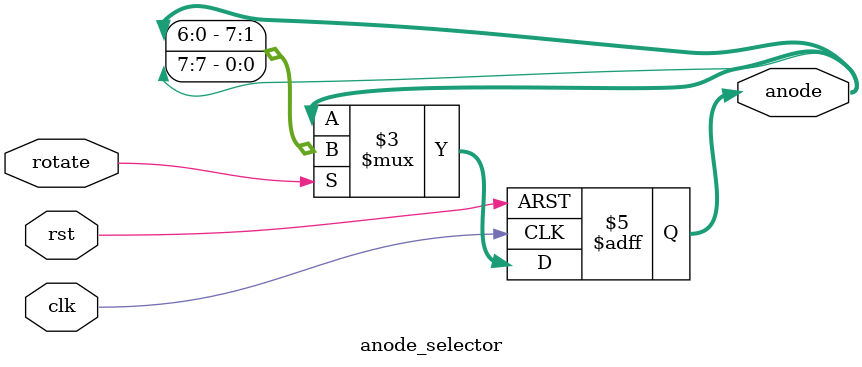
<source format=v>
`timescale 1ns / 1ps


module anode_selector(
    input clk, rst, rotate,
    output reg [7:0] anode
    );
    
    always @(posedge clk, negedge rst)
    begin
        if(~rst)
            anode <= 8'hFE;
        else
        begin
            //anode <= rotate?{anode[6:0],anode[7]}: anode[7:0];
            if(rotate)
                anode <= {anode[6:0],anode[7]};
        end
    end
endmodule

</source>
